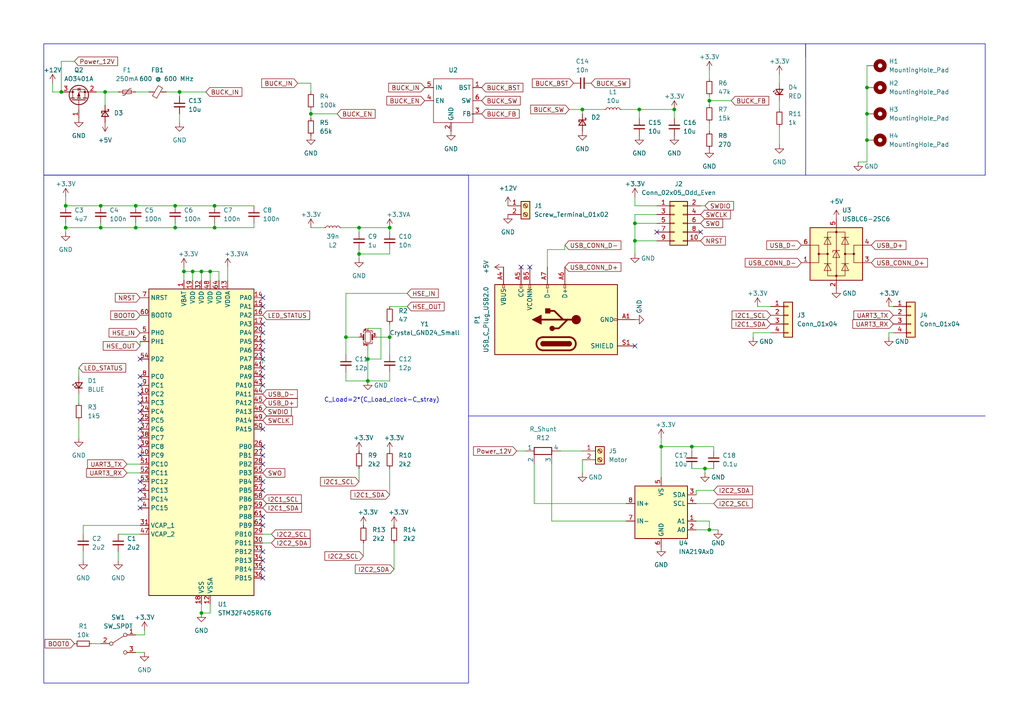
<source format=kicad_sch>
(kicad_sch (version 20230121) (generator eeschema)
  (paper "A4")
  (title_block (date "2023-12-27"))
  (junction (at 53.34 78.74))
  (junction (at 113.03 66.04))
  (junction (at 90.17 33.02))
  (junction (at 251.46 33.02))
  (junction (at 200.66 129.54))
  (junction (at 19.05 66.04))
  (junction (at 50.8 66.04))
  (junction (at 39.37 66.04))
  (junction (at 184.15 64.77))
  (junction (at 60.96 78.74))
  (junction (at 104.14 73.66))
  (junction (at 113.03 97.79))
  (junction (at 58.42 177.8))
  (junction (at 106.68 104.14))
  (junction (at 62.23 59.69))
  (junction (at 205.74 29.21))
  (junction (at 55.88 78.74))
  (junction (at 29.21 66.04))
  (junction (at 52.07 26.67))
  (junction (at 204.47 135.89))
  (junction (at 104.14 66.04))
  (junction (at 39.37 59.69))
  (junction (at 29.21 59.69))
  (junction (at 185.42 31.75))
  (junction (at 251.46 25.4))
  (junction (at 195.58 31.75))
  (junction (at 205.74 153.67))
  (junction (at 30.48 26.67))
  (junction (at 184.15 69.85))
  (junction (at 106.68 110.49))
  (junction (at 50.8 59.69))
  (junction (at 191.77 129.54))
  (junction (at 168.91 31.75))
  (junction (at 100.33 97.79))
  (junction (at 251.46 40.64))
  (junction (at 19.05 59.69))
  (junction (at 17.78 26.67))
  (junction (at 58.42 78.74))
  (junction (at 62.23 66.04))
  (no_connect (at 76.2 167.64))
  (no_connect (at 76.2 152.4))
  (no_connect (at 76.2 160.02))
  (no_connect (at 40.64 116.84))
  (no_connect (at 76.2 111.76))
  (no_connect (at 40.64 132.08))
  (no_connect (at 40.64 119.38))
  (no_connect (at 40.64 144.78))
  (no_connect (at 40.64 114.3))
  (no_connect (at 76.2 134.62))
  (no_connect (at 76.2 96.52))
  (no_connect (at 153.67 77.47))
  (no_connect (at 40.64 121.92))
  (no_connect (at 76.2 109.22))
  (no_connect (at 76.2 139.7))
  (no_connect (at 40.64 147.32))
  (no_connect (at 76.2 129.54))
  (no_connect (at 40.64 109.22))
  (no_connect (at 151.13 77.47))
  (no_connect (at 190.5 67.31))
  (no_connect (at 40.64 124.46))
  (no_connect (at 184.15 100.33))
  (no_connect (at 40.64 142.24))
  (no_connect (at 40.64 104.14))
  (no_connect (at 76.2 101.6))
  (no_connect (at 40.64 129.54))
  (no_connect (at 76.2 124.46))
  (no_connect (at 76.2 149.86))
  (no_connect (at 76.2 162.56))
  (no_connect (at 76.2 104.14))
  (no_connect (at 76.2 142.24))
  (no_connect (at 40.64 139.7))
  (no_connect (at 76.2 99.06))
  (no_connect (at 40.64 111.76))
  (no_connect (at 40.64 127))
  (no_connect (at 76.2 132.08))
  (no_connect (at 203.2 67.31))
  (no_connect (at 76.2 106.68))
  (no_connect (at 76.2 165.1))
  (no_connect (at 76.2 86.36))
  (no_connect (at 76.2 93.98))
  (no_connect (at 76.2 88.9))
  (wire (pts (xy 162.56 130.81) (xy 168.91 130.81)))
  (wire (pts (xy 251.46 40.64) (xy 251.46 46.99)))
  (wire (pts (xy 180.34 31.75) (xy 185.42 31.75)))
  (wire (pts (xy 113.03 88.9) (xy 118.11 88.9)))
  (wire (pts (xy 185.42 31.75) (xy 195.58 31.75)))
  (wire (pts (xy 201.93 153.67) (xy 205.74 153.67)))
  (wire (pts (xy 205.74 151.13) (xy 205.74 153.67)))
  (wire (pts (xy 58.42 81.28) (xy 58.42 78.74)))
  (wire (pts (xy 39.37 59.69) (xy 50.8 59.69)))
  (wire (pts (xy 184.15 64.77) (xy 184.15 69.85)))
  (wire (pts (xy 219.71 88.9) (xy 223.52 88.9)))
  (wire (pts (xy 100.33 107.95) (xy 100.33 110.49)))
  (wire (pts (xy 104.14 97.79) (xy 100.33 97.79)))
  (wire (pts (xy 66.04 77.47) (xy 66.04 81.28)))
  (wire (pts (xy 185.42 31.75) (xy 185.42 34.29)))
  (wire (pts (xy 160.02 151.13) (xy 181.61 151.13)))
  (polyline (pts (xy 233.68 12.7) (xy 233.68 16.51)))
  (wire (pts (xy 168.91 31.75) (xy 168.91 33.02)))
  (wire (pts (xy 184.15 69.85) (xy 190.5 69.85)))
  (wire (pts (xy 105.41 161.29) (xy 105.41 157.48)))
  (wire (pts (xy 76.2 105.41) (xy 76.2 104.14)))
  (wire (pts (xy 24.13 160.02) (xy 24.13 162.56)))
  (wire (pts (xy 34.29 154.94) (xy 40.64 154.94)))
  (wire (pts (xy 226.06 21.59) (xy 226.06 24.13)))
  (wire (pts (xy 160.02 134.62) (xy 160.02 151.13)))
  (wire (pts (xy 39.37 26.67) (xy 43.18 26.67)))
  (wire (pts (xy 22.86 106.68) (xy 22.86 109.22)))
  (wire (pts (xy 226.06 36.83) (xy 226.06 41.91)))
  (wire (pts (xy 218.44 96.52) (xy 218.44 97.79)))
  (wire (pts (xy 19.05 57.15) (xy 19.05 59.69)))
  (polyline (pts (xy 135.89 120.65) (xy 285.75 120.65)))
  (wire (pts (xy 113.03 93.98) (xy 113.03 97.79)))
  (wire (pts (xy 100.33 110.49) (xy 106.68 110.49)))
  (wire (pts (xy 113.03 110.49) (xy 106.68 110.49)))
  (wire (pts (xy 39.37 64.77) (xy 39.37 66.04)))
  (wire (pts (xy 24.13 154.94) (xy 24.13 152.4)))
  (wire (pts (xy 251.46 19.05) (xy 251.46 25.4)))
  (wire (pts (xy 226.06 29.21) (xy 226.06 31.75)))
  (wire (pts (xy 184.15 62.23) (xy 184.15 64.77)))
  (wire (pts (xy 208.28 153.67) (xy 205.74 153.67)))
  (wire (pts (xy 104.14 139.7) (xy 104.14 135.89)))
  (wire (pts (xy 78.74 157.48) (xy 76.2 157.48)))
  (wire (pts (xy 154.94 146.05) (xy 181.61 146.05)))
  (wire (pts (xy 50.8 64.77) (xy 50.8 66.04)))
  (wire (pts (xy 113.03 73.66) (xy 104.14 73.66)))
  (wire (pts (xy 90.17 24.13) (xy 86.36 24.13)))
  (wire (pts (xy 223.52 96.52) (xy 218.44 96.52)))
  (wire (pts (xy 36.83 134.62) (xy 40.64 134.62)))
  (wire (pts (xy 73.66 66.04) (xy 73.66 64.77)))
  (wire (pts (xy 113.03 107.95) (xy 113.03 110.49)))
  (wire (pts (xy 114.3 157.48) (xy 114.3 165.1)))
  (wire (pts (xy 19.05 67.31) (xy 19.05 66.04)))
  (wire (pts (xy 26.67 186.69) (xy 29.21 186.69)))
  (wire (pts (xy 55.88 78.74) (xy 53.34 78.74)))
  (wire (pts (xy 201.93 151.13) (xy 205.74 151.13)))
  (wire (pts (xy 163.83 71.12) (xy 163.83 72.39)))
  (wire (pts (xy 195.58 31.75) (xy 195.58 34.29)))
  (wire (pts (xy 76.2 154.94) (xy 78.74 154.94)))
  (wire (pts (xy 53.34 78.74) (xy 53.34 81.28)))
  (wire (pts (xy 39.37 66.04) (xy 50.8 66.04)))
  (wire (pts (xy 191.77 127) (xy 191.77 129.54)))
  (wire (pts (xy 149.86 130.81) (xy 152.4 130.81)))
  (wire (pts (xy 205.74 35.56) (xy 205.74 38.1)))
  (polyline (pts (xy 285.75 12.7) (xy 233.68 12.7)))
  (wire (pts (xy 62.23 64.77) (xy 62.23 66.04)))
  (wire (pts (xy 40.64 100.33) (xy 40.64 99.06)))
  (wire (pts (xy 113.03 66.04) (xy 113.03 67.31)))
  (wire (pts (xy 200.66 135.89) (xy 204.47 135.89)))
  (wire (pts (xy 113.03 72.39) (xy 113.03 73.66)))
  (wire (pts (xy 90.17 26.67) (xy 90.17 24.13)))
  (wire (pts (xy 21.59 17.78) (xy 17.78 17.78)))
  (wire (pts (xy 30.48 26.67) (xy 34.29 26.67)))
  (wire (pts (xy 22.86 121.92) (xy 22.86 127)))
  (wire (pts (xy 106.68 95.25) (xy 110.49 95.25)))
  (wire (pts (xy 19.05 59.69) (xy 29.21 59.69)))
  (wire (pts (xy 191.77 129.54) (xy 191.77 138.43)))
  (wire (pts (xy 50.8 66.04) (xy 62.23 66.04)))
  (wire (pts (xy 34.29 160.02) (xy 34.29 162.56)))
  (wire (pts (xy 109.22 97.79) (xy 113.03 97.79)))
  (wire (pts (xy 90.17 33.02) (xy 90.17 34.29)))
  (wire (pts (xy 168.91 31.75) (xy 175.26 31.75)))
  (wire (pts (xy 118.11 85.09) (xy 100.33 85.09)))
  (wire (pts (xy 201.93 146.05) (xy 207.01 146.05)))
  (wire (pts (xy 163.83 72.39) (xy 158.75 72.39)))
  (wire (pts (xy 110.49 95.25) (xy 110.49 104.14)))
  (wire (pts (xy 90.17 66.04) (xy 93.98 66.04)))
  (wire (pts (xy 100.33 97.79) (xy 100.33 102.87)))
  (wire (pts (xy 184.15 69.85) (xy 184.15 73.66)))
  (polyline (pts (xy 285.75 50.8) (xy 285.75 12.7)))
  (wire (pts (xy 52.07 26.67) (xy 59.69 26.67)))
  (wire (pts (xy 62.23 59.69) (xy 73.66 59.69)))
  (wire (pts (xy 19.05 66.04) (xy 29.21 66.04)))
  (wire (pts (xy 184.15 64.77) (xy 190.5 64.77)))
  (wire (pts (xy 36.83 137.16) (xy 40.64 137.16)))
  (wire (pts (xy 165.1 31.75) (xy 168.91 31.75)))
  (wire (pts (xy 90.17 31.75) (xy 90.17 33.02)))
  (wire (pts (xy 24.13 152.4) (xy 40.64 152.4)))
  (wire (pts (xy 207.01 142.24) (xy 201.93 142.24)))
  (wire (pts (xy 58.42 175.26) (xy 58.42 177.8)))
  (wire (pts (xy 58.42 78.74) (xy 55.88 78.74)))
  (wire (pts (xy 17.78 17.78) (xy 17.78 26.67)))
  (wire (pts (xy 41.91 184.15) (xy 41.91 182.88)))
  (wire (pts (xy 104.14 72.39) (xy 104.14 73.66)))
  (wire (pts (xy 207.01 130.81) (xy 207.01 129.54)))
  (wire (pts (xy 257.81 96.52) (xy 259.08 96.52)))
  (wire (pts (xy 204.47 137.16) (xy 204.47 135.89)))
  (wire (pts (xy 60.96 78.74) (xy 58.42 78.74)))
  (wire (pts (xy 106.68 100.33) (xy 106.68 104.14)))
  (wire (pts (xy 90.17 33.02) (xy 97.79 33.02)))
  (wire (pts (xy 113.03 135.89) (xy 113.03 143.51)))
  (wire (pts (xy 251.46 25.4) (xy 251.46 33.02)))
  (wire (pts (xy 62.23 66.04) (xy 73.66 66.04)))
  (wire (pts (xy 154.94 134.62) (xy 154.94 146.05)))
  (wire (pts (xy 184.15 57.15) (xy 184.15 59.69)))
  (wire (pts (xy 200.66 130.81) (xy 200.66 129.54)))
  (wire (pts (xy 257.81 97.79) (xy 257.81 96.52)))
  (wire (pts (xy 39.37 189.23) (xy 41.91 189.23)))
  (wire (pts (xy 104.14 66.04) (xy 113.03 66.04)))
  (wire (pts (xy 104.14 66.04) (xy 104.14 67.31)))
  (wire (pts (xy 184.15 59.69) (xy 190.5 59.69)))
  (wire (pts (xy 29.21 59.69) (xy 39.37 59.69)))
  (polyline (pts (xy 233.68 50.8) (xy 285.75 50.8)))
  (wire (pts (xy 39.37 184.15) (xy 41.91 184.15)))
  (wire (pts (xy 200.66 129.54) (xy 207.01 129.54)))
  (wire (pts (xy 52.07 33.02) (xy 52.07 35.56)))
  (wire (pts (xy 251.46 46.99) (xy 248.92 46.99)))
  (wire (pts (xy 251.46 33.02) (xy 251.46 40.64)))
  (wire (pts (xy 15.24 24.13) (xy 15.24 26.67)))
  (wire (pts (xy 29.21 64.77) (xy 29.21 66.04)))
  (wire (pts (xy 100.33 85.09) (xy 100.33 97.79)))
  (wire (pts (xy 104.14 73.66) (xy 104.14 74.93)))
  (wire (pts (xy 99.06 66.04) (xy 104.14 66.04)))
  (wire (pts (xy 55.88 81.28) (xy 55.88 78.74)))
  (wire (pts (xy 113.03 97.79) (xy 113.03 102.87)))
  (wire (pts (xy 53.34 77.47) (xy 53.34 78.74)))
  (wire (pts (xy 27.94 26.67) (xy 30.48 26.67)))
  (wire (pts (xy 15.24 26.67) (xy 17.78 26.67)))
  (wire (pts (xy 60.96 175.26) (xy 60.96 177.8)))
  (wire (pts (xy 29.21 66.04) (xy 39.37 66.04)))
  (wire (pts (xy 60.96 81.28) (xy 60.96 78.74)))
  (wire (pts (xy 30.48 26.67) (xy 30.48 30.48)))
  (wire (pts (xy 58.42 177.8) (xy 60.96 177.8)))
  (wire (pts (xy 205.74 29.21) (xy 212.09 29.21)))
  (wire (pts (xy 205.74 29.21) (xy 205.74 30.48)))
  (wire (pts (xy 48.26 26.67) (xy 52.07 26.67)))
  (wire (pts (xy 257.81 88.9) (xy 259.08 88.9)))
  (wire (pts (xy 52.07 26.67) (xy 52.07 27.94)))
  (wire (pts (xy 110.49 104.14) (xy 106.68 104.14)))
  (wire (pts (xy 19.05 66.04) (xy 19.05 64.77)))
  (wire (pts (xy 201.93 142.24) (xy 201.93 143.51)))
  (wire (pts (xy 63.5 78.74) (xy 60.96 78.74)))
  (wire (pts (xy 204.47 135.89) (xy 207.01 135.89)))
  (wire (pts (xy 190.5 62.23) (xy 184.15 62.23)))
  (wire (pts (xy 205.74 27.94) (xy 205.74 29.21)))
  (wire (pts (xy 63.5 81.28) (xy 63.5 78.74)))
  (wire (pts (xy 203.2 59.69) (xy 204.47 59.69)))
  (wire (pts (xy 158.75 72.39) (xy 158.75 77.47)))
  (wire (pts (xy 50.8 59.69) (xy 62.23 59.69)))
  (wire (pts (xy 191.77 129.54) (xy 200.66 129.54)))
  (wire (pts (xy 106.68 104.14) (xy 106.68 110.49)))
  (wire (pts (xy 22.86 114.3) (xy 22.86 116.84)))
  (wire (pts (xy 168.91 133.35) (xy 168.91 137.16)))
  (wire (pts (xy 205.74 20.32) (xy 205.74 22.86)))
  (rectangle (start 12.7 12.7) (end 233.68 50.8))
  (rectangle (start 12.7 50.8) (end 135.89 198.12))
  (text "C_Load=2*(C_Load_clock-C_stray)" (at 93.98 116.84 0) (effects (font (size 1.27 1.27)) (justify left bottom)))
  (global_label "I2C1_SCL" (shape input) (at 76.2 144.78 0) (property "Intersheetrefs" "${INTERSHEET_REFS}" (effects hide)))
  (global_label "BUCK_IN" (shape input) (at 123.19 25.4 180) (property "Intersheetrefs" "${INTERSHEET_REFS}" (effects hide)))
  (global_label "I2C2_SCL" (shape input) (at 78.74 154.94 0) (property "Intersheetrefs" "${INTERSHEET_REFS}" (effects hide)))
  (global_label "NRST" (shape input) (at 40.64 86.36 180) (property "Intersheetrefs" "${INTERSHEET_REFS}" (effects hide)))
  (global_label "SWCLK" (shape input) (at 203.2 62.23 0) (property "Intersheetrefs" "${INTERSHEET_REFS}" (effects hide)))
  (global_label "I2C1_SCL" (shape input) (at 104.14 139.7 180) (property "Intersheetrefs" "${INTERSHEET_REFS}" (effects hide)))
  (global_label "Power_12V" (shape input) (at 21.59 17.78 0) (property "Intersheetrefs" "${INTERSHEET_REFS}" (effects hide)))
  (global_label "SWO" (shape input) (at 76.2 137.16 0) (property "Intersheetrefs" "${INTERSHEET_REFS}" (effects hide)))
  (global_label "BUCK_BST" (shape input) (at 166.37 24.13 180) (property "Intersheetrefs" "${INTERSHEET_REFS}" (effects hide)))
  (global_label "BOOT0" (shape input) (at 21.59 186.69 180) (property "Intersheetrefs" "${INTERSHEET_REFS}" (effects hide)))
  (global_label "LED_STATUS" (shape input) (at 22.86 106.68 0) (property "Intersheetrefs" "${INTERSHEET_REFS}" (effects hide)))
  (global_label "UART3_RX" (shape input) (at 36.83 137.16 180) (property "Intersheetrefs" "${INTERSHEET_REFS}" (effects hide)))
  (global_label "BUCK_SW" (shape input) (at 139.7 29.21 0) (property "Intersheetrefs" "${INTERSHEET_REFS}" (effects hide)))
  (global_label "HSE_OUT" (shape input) (at 40.64 100.33 180) (property "Intersheetrefs" "${INTERSHEET_REFS}" (effects hide)))
  (global_label "UART3_RX" (shape input) (at 259.08 93.98 180) (property "Intersheetrefs" "${INTERSHEET_REFS}" (effects hide)))
  (global_label "BUCK_IN" (shape input) (at 86.36 24.13 180) (property "Intersheetrefs" "${INTERSHEET_REFS}" (effects hide)))
  (global_label "BUCK_EN" (shape input) (at 123.19 29.21 180) (property "Intersheetrefs" "${INTERSHEET_REFS}" (effects hide)))
  (global_label "USB_CONN_D+" (shape input) (at 252.73 76.2 0) (property "Intersheetrefs" "${INTERSHEET_REFS}" (effects hide)))
  (global_label "I2C2_SDA" (shape input) (at 78.74 157.48 0) (property "Intersheetrefs" "${INTERSHEET_REFS}" (effects hide)))
  (global_label "USB_CONN_D+" (shape input) (at 163.83 77.47 0) (property "Intersheetrefs" "${INTERSHEET_REFS}" (effects hide)))
  (global_label "BUCK_FB" (shape input) (at 139.7 33.02 0) (property "Intersheetrefs" "${INTERSHEET_REFS}" (effects hide)))
  (global_label "SWDIO" (shape input) (at 204.47 59.69 0) (property "Intersheetrefs" "${INTERSHEET_REFS}" (effects hide)))
  (global_label "I2C2_SDA" (shape input) (at 114.3 165.1 180) (property "Intersheetrefs" "${INTERSHEET_REFS}" (effects hide)))
  (global_label "BUCK_IN" (shape input) (at 59.69 26.67 0) (property "Intersheetrefs" "${INTERSHEET_REFS}" (effects hide)))
  (global_label "I2C1_SDA" (shape input) (at 113.03 143.51 180) (property "Intersheetrefs" "${INTERSHEET_REFS}" (effects hide)))
  (global_label "NRST" (shape input) (at 203.2 69.85 0) (property "Intersheetrefs" "${INTERSHEET_REFS}" (effects hide)))
  (global_label "USB_D-" (shape input) (at 76.2 114.3 0) (property "Intersheetrefs" "${INTERSHEET_REFS}" (effects hide)))
  (global_label "HSE_IN" (shape input) (at 40.64 96.52 180) (property "Intersheetrefs" "${INTERSHEET_REFS}" (effects hide)))
  (global_label "I2C1_SDA" (shape input) (at 223.52 93.98 180) (property "Intersheetrefs" "${INTERSHEET_REFS}" (effects hide)))
  (global_label "USB_CONN_D-" (shape input) (at 163.83 71.12 0) (property "Intersheetrefs" "${INTERSHEET_REFS}" (effects hide)))
  (global_label "BUCK_SW" (shape input) (at 171.45 24.13 0) (property "Intersheetrefs" "${INTERSHEET_REFS}" (effects hide)))
  (global_label "UART3_TX" (shape input) (at 259.08 91.44 180) (property "Intersheetrefs" "${INTERSHEET_REFS}" (effects hide)))
  (global_label "UART3_TX" (shape input) (at 36.83 134.62 180) (property "Intersheetrefs" "${INTERSHEET_REFS}" (effects hide)))
  (global_label "Power_12V" (shape input) (at 149.86 130.81 180) (property "Intersheetrefs" "${INTERSHEET_REFS}" (effects hide)))
  (global_label "BUCK_BST" (shape input) (at 139.7 25.4 0) (property "Intersheetrefs" "${INTERSHEET_REFS}" (effects hide)))
  (global_label "BUCK_EN" (shape input) (at 97.79 33.02 0) (property "Intersheetrefs" "${INTERSHEET_REFS}" (effects hide)))
  (global_label "BUCK_FB" (shape input) (at 212.09 29.21 0) (property "Intersheetrefs" "${INTERSHEET_REFS}" (effects hide)))
  (global_label "BOOT0" (shape input) (at 40.64 91.44 180) (property "Intersheetrefs" "${INTERSHEET_REFS}" (effects hide)))
  (global_label "I2C2_SCL" (shape input) (at 105.41 161.29 180) (property "Intersheetrefs" "${INTERSHEET_REFS}" (effects hide)))
  (global_label "USB_D+" (shape input) (at 252.73 71.12 0) (property "Intersheetrefs" "${INTERSHEET_REFS}" (effects hide)))
  (global_label "SWDIO" (shape input) (at 76.2 119.38 0) (property "Intersheetrefs" "${INTERSHEET_REFS}" (effects hide)))
  (global_label "USB_D+" (shape input) (at 76.2 116.84 0) (property "Intersheetrefs" "${INTERSHEET_REFS}" (effects hide)))
  (global_label "BUCK_SW" (shape input) (at 165.1 31.75 180) (property "Intersheetrefs" "${INTERSHEET_REFS}" (effects hide)))
  (global_label "HSE_IN" (shape input) (at 118.11 85.09 0) (property "Intersheetrefs" "${INTERSHEET_REFS}" (effects hide)))
  (global_label "I2C1_SDA" (shape input) (at 76.2 147.32 0) (property "Intersheetrefs" "${INTERSHEET_REFS}" (effects hide)))
  (global_label "USB_CONN_D-" (shape input) (at 232.41 76.2 180) (property "Intersheetrefs" "${INTERSHEET_REFS}" (effects hide)))
  (global_label "I2C1_SCL" (shape input) (at 223.52 91.44 180) (property "Intersheetrefs" "${INTERSHEET_REFS}" (effects hide)))
  (global_label "SWCLK" (shape input) (at 76.2 121.92 0) (property "Intersheetrefs" "${INTERSHEET_REFS}" (effects hide)))
  (global_label "I2C2_SDA" (shape input) (at 207.01 142.24 0) (property "Intersheetrefs" "${INTERSHEET_REFS}" (effects hide)))
  (global_label "I2C2_SCL" (shape input) (at 207.01 146.05 0) (property "Intersheetrefs" "${INTERSHEET_REFS}" (effects hide)))
  (global_label "SWO" (shape input) (at 203.2 64.77 0) (property "Intersheetrefs" "${INTERSHEET_REFS}" (effects hide)))
  (global_label "LED_STATUS" (shape input) (at 76.2 91.44 0) (property "Intersheetrefs" "${INTERSHEET_REFS}" (effects hide)))
  (global_label "HSE_OUT" (shape input) (at 118.11 88.9 0) (property "Intersheetrefs" "${INTERSHEET_REFS}" (effects hide)))
  (global_label "USB_D-" (shape input) (at 232.41 71.12 180) (property "Intersheetrefs" "${INTERSHEET_REFS}" (effects hide)))
  (symbol (lib_id "power:GND") (at 184.15 92.71 90) (unit 1)
    (property "Reference" "#PWR036" (effects hide))
    (property "Value" "GND" (at 185.42 88.9 0))
  )
  (symbol (lib_id "Device:R_Small") (at 205.74 40.64 0) (unit 1)
    (property "Reference" "R8" (at 208.28 39.37 0) (effects (justify left)))
    (property "Value" "270" (at 208.28 41.91 0) (effects (justify left)))
    (property "Footprint" "Resistor_SMD:R_0603_1608Metric" (effects hide))
  )
  (symbol (lib_id "Transistor_FET:AO3401A") (at 22.86 29.21 90) (unit 1)
    (property "Reference" "Q2" (at 22.86 20.32 90))
    (property "Value" "AO3401A" (at 22.86 22.86 90))
    (property "Footprint" "Package_TO_SOT_SMD:SOT-23" (effects hide))
    (property "Datasheet" "http://www.aosmd.com/pdfs/datasheet/AO3401A.pdf" (effects hide))
  )
  (symbol (lib_id "power:GND") (at 205.74 43.18 0) (unit 1)
    (property "Reference" "#PWR025" (effects hide))
    (property "Value" "GND" (at 205.74 48.26 0))
  )
  (symbol (lib_id "power:GND") (at 104.14 74.93 0) (unit 1)
    (property "Reference" "#PWR011" (effects hide))
    (property "Value" "GND" (at 104.14 80.01 0))
  )
  (symbol (lib_id "power:+3.3V") (at 205.74 20.32 0) (unit 1)
    (property "Reference" "#PWR024" (effects hide))
    (property "Value" "+3.3V" (at 205.74 16.51 0))
  )
  (symbol (lib_id "Device:C_Small") (at 29.21 62.23 0) (unit 1)
    (property "Reference" "C4" (at 31.75 60.9663 0) (effects (justify left)))
    (property "Value" "100n" (at 31.75 63.5063 0) (effects (justify left)))
    (property "Footprint" "Capacitor_SMD:C_0402_1005Metric" (effects hide))
  )
  (symbol (lib_id "Device:R_Small") (at 114.3 154.94 0) (unit 1)
    (property "Reference" "R14" (at 116.84 153.67 0) (effects (justify left)))
    (property "Value" "2k2" (at 116.84 156.21 0) (effects (justify left)))
    (property "Footprint" "Resistor_SMD:R_0402_1005Metric" (effects hide))
  )
  (symbol (lib_id "Device:C_Small") (at 104.14 69.85 0) (unit 1)
    (property "Reference" "C9" (at 106.68 68.5863 0) (effects (justify left)))
    (property "Value" "1u" (at 106.68 71.1263 0) (effects (justify left)))
    (property "Footprint" "Capacitor_SMD:C_0402_1005Metric" (effects hide))
  )
  (symbol (lib_id "power:GND") (at 184.15 73.66 0) (unit 1)
    (property "Reference" "#PWR028" (effects hide))
    (property "Value" "GND" (at 187.96 74.93 0))
  )
  (symbol (lib_id "power:+3.3V") (at 184.15 57.15 0) (unit 1)
    (property "Reference" "#PWR029" (effects hide))
    (property "Value" "+3.3V" (at 184.15 53.34 0))
  )
  (symbol (lib_id "power:GND") (at 257.81 97.79 0) (unit 1)
    (property "Reference" "#PWR035" (effects hide))
    (property "Value" "GND" (at 261.62 99.06 0))
  )
  (symbol (lib_id "power:+3.3VA") (at 113.03 66.04 0) (unit 1)
    (property "Reference" "#PWR012" (effects hide))
    (property "Value" "+3.3VA" (at 115.57 62.23 0))
  )
  (symbol (lib_id "power:GND") (at 204.47 137.16 0) (unit 1)
    (property "Reference" "#PWR047" (effects hide))
    (property "Value" "GND" (at 208.28 138.43 0))
  )
  (symbol (lib_id "MCU_ST_STM32F4:STM32F405RGTx") (at 58.42 129.54 0) (unit 1)
    (property "Reference" "U1" (at 63.1541 175.26 0) (effects (justify left)))
    (property "Value" "STM32F405RGT6" (at 63.1541 177.8 0) (effects (justify left)))
    (property "Footprint" "Package_QFP:LQFP-64_10x10mm_P0.5mm" (effects hide))
    (property "Datasheet" "https://www.st.com/resource/en/datasheet/stm32f405rg.pdf" (effects hide))
  )
  (symbol (lib_id "power:+3.3V") (at 219.71 88.9 0) (unit 1)
    (property "Reference" "#PWR032" (effects hide))
    (property "Value" "+3.3V" (at 219.71 85.09 0))
  )
  (symbol (lib_id "Device:R_Small") (at 105.41 154.94 0) (unit 1)
    (property "Reference" "R13" (at 107.95 153.67 0) (effects (justify left)))
    (property "Value" "2k2" (at 107.95 156.21 0) (effects (justify left)))
    (property "Footprint" "Resistor_SMD:R_0402_1005Metric" (effects hide))
  )
  (symbol (lib_id "Device:R_Small") (at 113.03 91.44 0) (unit 1)
    (property "Reference" "R2" (at 115.57 90.17 0) (effects (justify left)))
    (property "Value" "47" (at 115.57 92.71 0) (effects (justify left)))
    (property "Footprint" "Resistor_SMD:R_0402_1005Metric" (effects hide))
  )
  (symbol (lib_id "power:+12V") (at 15.24 24.13 0) (unit 1)
    (property "Reference" "#PWR015" (effects hide))
    (property "Value" "+12V" (at 15.24 20.32 0))
  )
  (symbol (lib_id "Device:C_Small") (at 34.29 157.48 0) (unit 1)
    (property "Reference" "C1" (at 36.83 156.2163 0) (effects (justify left)))
    (property "Value" "2u2" (at 36.83 158.7563 0) (effects (justify left)))
    (property "Footprint" "Capacitor_SMD:C_0603_1608Metric" (effects hide))
  )
  (symbol (lib_id "power:+3.3V") (at 41.91 182.88 0) (unit 1)
    (property "Reference" "#PWR06" (effects hide))
    (property "Value" "+3.3V" (at 41.91 179.07 0))
  )
  (symbol (lib_id "power:GND") (at 208.28 153.67 0) (unit 1)
    (property "Reference" "#PWR048" (effects hide))
    (property "Value" "GND" (at 208.28 157.48 0))
  )
  (symbol (lib_id "power:GND") (at 22.86 34.29 0) (unit 1)
    (property "Reference" "#PWR017" (effects hide))
    (property "Value" "GND" (at 22.86 39.37 0))
  )
  (symbol (lib_id "Connector_Generic:Conn_01x04") (at 228.6 91.44 0) (unit 1)
    (property "Reference" "J3" (at 231.14 91.44 0) (effects (justify left)))
    (property "Value" "Conn_01x04" (at 231.14 93.98 0) (effects (justify left)))
    (property "Footprint" "Connector_Molex:Molex_PicoBlade_53048-0410_1x04_P1.25mm_Horizontal" (effects hide))
  )
  (symbol (lib_id "power:GND") (at 226.06 41.91 0) (unit 1)
    (property "Reference" "#PWR040" (effects hide))
    (property "Value" "GND" (at 226.06 46.99 0))
  )
  (symbol (lib_id "Mechanical:MountingHole_Pad") (at 254 19.05 270) (unit 1)
    (property "Reference" "H1" (at 257.81 17.78 90) (effects (justify left)))
    (property "Value" "MountingHole_Pad" (at 257.81 20.32 90) (effects (justify left)))
    (property "Footprint" "MountingHole:MountingHole_3.2mm_M3_DIN965_Pad" (effects hide))
  )
  (symbol (lib_id "power:+3.3V") (at 53.34 77.47 0) (unit 1)
    (property "Reference" "#PWR02" (effects hide))
    (property "Value" "+3.3V" (at 54.61 73.66 0))
  )
  (symbol (lib_id "power:GND") (at 34.29 162.56 0) (unit 1)
    (property "Reference" "#PWR04" (effects hide))
    (property "Value" "GND" (at 34.29 167.64 0))
  )
  (symbol (lib_id "power:+3.3V") (at 113.03 130.81 0) (unit 1)
    (property "Reference" "#PWR031" (effects hide))
    (property "Value" "+3.3V" (at 114.3 127 0))
  )
  (symbol (lib_id "Device:R_Small") (at 113.03 133.35 0) (unit 1)
    (property "Reference" "R10" (at 115.57 132.08 0) (effects (justify left)))
    (property "Value" "2k2" (at 115.57 134.62 0) (effects (justify left)))
    (property "Footprint" "Resistor_SMD:R_0402_1005Metric" (effects hide))
  )
  (symbol (lib_id "Device:C_Small") (at 62.23 62.23 0) (unit 1)
    (property "Reference" "C7" (at 64.77 60.9663 0) (effects (justify left)))
    (property "Value" "100n" (at 64.77 63.5063 0) (effects (justify left)))
    (property "Footprint" "Capacitor_SMD:C_0402_1005Metric" (effects hide))
  )
  (symbol (lib_id "Connector:Screw_Terminal_01x02") (at 152.4 59.69 0) (unit 1)
    (property "Reference" "J1" (at 154.94 59.69 0) (effects (justify left)))
    (property "Value" "Screw_Terminal_01x02" (at 154.94 62.23 0) (effects (justify left)))
    (property "Footprint" "TerminalBlock_Phoenix:TerminalBlock_Phoenix_PT-1,5-2-3.5-H_1x02_P3.50mm_Horizontal" (effects hide))
  )
  (symbol (lib_id "Device:L_Small") (at 96.52 66.04 270) (mirror x) (unit 1)
    (property "Reference" "L2" (at 96.52 71.12 90))
    (property "Value" "39n" (at 96.52 68.58 90))
    (property "Footprint" "Inductor_SMD:L_0402_1005Metric" (effects hide))
  )
  (symbol (lib_id "Connector_Generic:Conn_01x04") (at 264.16 91.44 0) (unit 1)
    (property "Reference" "J4" (at 266.7 91.44 0) (effects (justify left)))
    (property "Value" "Conn_01x04" (at 266.7 93.98 0) (effects (justify left)))
    (property "Footprint" "Connector_Molex:Molex_PicoBlade_53048-0410_1x04_P1.25mm_Horizontal" (effects hide))
  )
  (symbol (lib_id "power:GND") (at 185.42 39.37 0) (unit 1)
    (property "Reference" "#PWR021" (effects hide))
    (property "Value" "GND" (at 185.42 44.45 0))
  )
  (symbol (lib_id "Device:LED_Small") (at 22.86 111.76 90) (unit 1)
    (property "Reference" "D1" (at 25.4 110.4265 90) (effects (justify right)))
    (property "Value" "BLUE" (at 25.4 112.9665 90) (effects (justify right)))
    (property "Footprint" "LED_SMD:LED_0603_1608Metric" (effects hide))
  )
  (symbol (lib_id "Device:C_Small") (at 200.66 133.35 0) (unit 1)
    (property "Reference" "C17" (at 195.58 132.08 0) (effects (justify left)))
    (property "Value" "10u" (at 195.58 134.62 0) (effects (justify left)))
    (property "Footprint" "Capacitor_SMD:C_0402_1005Metric" (effects hide))
  )
  (symbol (lib_id "power:GND") (at 248.92 46.99 0) (unit 1)
    (property "Reference" "#PWR043" (effects hide))
    (property "Value" "GND" (at 252.73 48.26 0))
  )
  (symbol (lib_id "power:GND") (at 22.86 127 0) (unit 1)
    (property "Reference" "#PWR014" (effects hide))
    (property "Value" "GND" (at 22.86 132.08 0))
  )
  (symbol (lib_id "Device:R_Small") (at 205.74 25.4 0) (unit 1)
    (property "Reference" "R6" (at 208.28 24.13 0) (effects (justify left)))
    (property "Value" "47k" (at 208.28 26.67 0) (effects (justify left)))
    (property "Footprint" "Resistor_SMD:R_0603_1608Metric" (effects hide))
  )
  (symbol (lib_id "GlobalRM:MP2359DJ-LF-Z") (at 137.16 33.02 0) (unit 1)
    (property "Reference" "U2" (at 131.445 20.32 0))
    (property "Value" "~" (at 137.16 33.02 0))
    (property "Footprint" "Package_TO_SOT_SMD:SOT-23-6" (effects hide))
  )
  (symbol (lib_id "Power_Protection:USBLC6-2SC6") (at 242.57 73.66 0) (unit 1)
    (property "Reference" "U3" (at 244.2211 60.96 0) (effects (justify left)))
    (property "Value" "USBLC6-2SC6" (at 244.2211 63.5 0) (effects (justify left)))
    (property "Footprint" "Package_TO_SOT_SMD:SOT-23-6" (effects hide))
    (property "Datasheet" "https://www.st.com/resource/en/datasheet/usblc6-2.pdf" (effects hide))
  )
  (symbol (lib_id "Device:C_Small") (at 113.03 105.41 0) (unit 1)
    (property "Reference" "C12" (at 115.57 104.1463 0) (effects (justify left)))
    (property "Value" "12p" (at 115.57 106.6863 0) (effects (justify left)))
    (property "Footprint" "Capacitor_SMD:C_0402_1005Metric" (effects hide))
  )
  (symbol (lib_id "Device:R_Shunt") (at 157.48 130.81 90) (mirror x) (unit 1)
    (property "Reference" "R12" (at 157.48 127 90))
    (property "Value" "R_Shunt" (at 157.48 124.46 90))
    (property "Footprint" "Resistor_SMD:R_Shunt_Ohmite_LVK12" (effects hide))
  )
  (symbol (lib_id "Device:C_Small") (at 39.37 62.23 0) (unit 1)
    (property "Reference" "C5" (at 41.91 60.9663 0) (effects (justify left)))
    (property "Value" "100n" (at 41.91 63.5063 0) (effects (justify left)))
    (property "Footprint" "Capacitor_SMD:C_0402_1005Metric" (effects hide))
  )
  (symbol (lib_id "power:GND") (at 195.58 39.37 0) (unit 1)
    (property "Reference" "#PWR022" (effects hide))
    (property "Value" "GND" (at 195.58 44.45 0))
  )
  (symbol (lib_id "Device:C_Small") (at 100.33 105.41 0) (unit 1)
    (property "Reference" "C11" (at 102.87 104.1463 0) (effects (justify left)))
    (property "Value" "12p" (at 102.87 106.6863 0) (effects (justify left)))
    (property "Footprint" "Capacitor_SMD:C_0402_1005Metric" (effects hide))
  )
  (symbol (lib_id "Device:C_Small") (at 24.13 157.48 0) (unit 1)
    (property "Reference" "C2" (at 26.67 156.2163 0) (effects (justify left)))
    (property "Value" "2u2" (at 26.67 158.7563 0) (effects (justify left)))
    (property "Footprint" "Capacitor_SMD:C_0603_1608Metric" (effects hide))
  )
  (symbol (lib_id "power:GND") (at 52.07 35.56 0) (unit 1)
    (property "Reference" "#PWR018" (effects hide))
    (property "Value" "GND" (at 52.07 40.64 0))
  )
  (symbol (lib_id "Device:R_Small") (at 90.17 36.83 0) (unit 1)
    (property "Reference" "R5" (at 92.71 35.56 0) (effects (justify left)))
    (property "Value" "65k" (at 92.71 38.1 0) (effects (justify left)))
    (property "Footprint" "Resistor_SMD:R_0603_1608Metric" (effects hide))
  )
  (symbol (lib_id "Device:C_Small") (at 168.91 24.13 90) (unit 1)
    (property "Reference" "C14" (at 168.9163 17.78 90))
    (property "Value" "10n" (at 168.9163 20.32 90))
    (property "Footprint" "Capacitor_SMD:C_0603_1608Metric" (effects hide))
  )
  (symbol (lib_id "power:GND") (at 147.32 62.23 0) (unit 1)
    (property "Reference" "#PWR027" (effects hide))
    (property "Value" "GND" (at 147.32 67.31 0))
  )
  (symbol (lib_id "power:GND") (at 191.77 158.75 0) (unit 1)
    (property "Reference" "#PWR044" (effects hide))
    (property "Value" "GND" (at 191.77 163.83 0))
  )
  (symbol (lib_id "power:+3.3V") (at 90.17 66.04 0) (unit 1)
    (property "Reference" "#PWR010" (effects hide))
    (property "Value" "+3.3V" (at 90.17 62.23 0))
  )
  (symbol (lib_id "power:GND") (at 168.91 137.16 0) (unit 1)
    (property "Reference" "#PWR046" (effects hide))
    (property "Value" "GND" (at 172.72 138.43 0))
  )
  (symbol (lib_id "Mechanical:MountingHole_Pad") (at 254 40.64 270) (unit 1)
    (property "Reference" "H4" (at 257.81 39.37 90) (effects (justify left)))
    (property "Value" "MountingHole_Pad" (at 257.81 41.91 90) (effects (justify left)))
    (property "Footprint" "MountingHole:MountingHole_3.2mm_M3_DIN965_Pad" (effects hide))
  )
  (symbol (lib_id "Switch:SW_SPDT") (at 34.29 186.69 0) (unit 1)
    (property "Reference" "SW1" (at 34.29 179.07 0))
    (property "Value" "SW_SPDT" (at 34.29 181.61 0))
    (property "Footprint" "Button_Switch_SMD:SW_SPDT_PCM12" (effects hide))
  )
  (symbol (lib_id "power:+3.3V") (at 19.05 57.15 0) (unit 1)
    (property "Reference" "#PWR08" (effects hide))
    (property "Value" "+3.3V" (at 19.05 53.34 0))
  )
  (symbol (lib_id "Connector_Generic:Conn_02x05_Odd_Even") (at 195.58 64.77 0) (unit 1)
    (property "Reference" "J2" (at 196.85 53.34 0))
    (property "Value" "Conn_02x05_Odd_Even" (at 196.85 55.88 0))
    (property "Footprint" "Connector_PinSocket_1.27mm:PinSocket_2x05_P1.27mm_Vertical_SMD" (effects hide))
  )
  (symbol (lib_id "power:GND") (at 168.91 38.1 0) (unit 1)
    (property "Reference" "#PWR020" (effects hide))
    (property "Value" "GND" (at 168.91 43.18 0))
  )
  (symbol (lib_id "power:+5V") (at 146.05 77.47 90) (unit 1)
    (property "Reference" "#PWR038" (effects hide))
    (property "Value" "+5V" (at 140.97 77.47 0))
  )
  (symbol (lib_id "Device:C_Small") (at 52.07 30.48 0) (unit 1)
    (property "Reference" "C13" (at 54.61 29.2163 0) (effects (justify left)))
    (property "Value" "10u" (at 54.61 31.7563 0) (effects (justify left)))
    (property "Footprint" "Capacitor_SMD:C_1206_3216Metric" (effects hide))
  )
  (symbol (lib_id "Connector:USB_C_Plug_USB2.0") (at 161.29 92.71 90) (unit 1)
    (property "Reference" "P1" (at 138.43 92.71 0))
    (property "Value" "USB_C_Plug_USB2.0" (at 140.97 92.71 0))
    (property "Footprint" "Connector_USB:USB_C_Plug_ShenzhenJingTuoJin_918-118A2021Y40002_Vertical" (effects hide))
    (property "Datasheet" "https://www.usb.org/sites/default/files/documents/usb_type-c.zip" (effects hide))
  )
  (symbol (lib_id "power:GND") (at 90.17 39.37 0) (unit 1)
    (property "Reference" "#PWR019" (effects hide))
    (property "Value" "GND" (at 90.17 44.45 0))
  )
  (symbol (lib_id "Device:C_Small") (at 19.05 62.23 0) (unit 1)
    (property "Reference" "C3" (at 21.59 60.9663 0) (effects (justify left)))
    (property "Value" "4u7" (at 21.59 63.5063 0) (effects (justify left)))
    (property "Footprint" "Capacitor_SMD:C_0402_1005Metric" (effects hide))
  )
  (symbol (lib_id "power:+3.3V") (at 257.81 88.9 0) (unit 1)
    (property "Reference" "#PWR034" (effects hide))
    (property "Value" "+3.3V" (at 257.81 85.09 0))
  )
  (symbol (lib_id "power:+3.3VA") (at 66.04 77.47 0) (unit 1)
    (property "Reference" "#PWR03" (effects hide))
    (property "Value" "+3.3VA" (at 68.58 73.66 0))
  )
  (symbol (lib_id "power:+12V") (at 147.32 59.69 0) (unit 1)
    (property "Reference" "#PWR026" (effects hide))
    (property "Value" "+12V" (at 147.32 54.61 0))
  )
  (symbol (lib_id "Device:R_Small") (at 104.14 133.35 0) (unit 1)
    (property "Reference" "R9" (at 106.68 132.08 0) (effects (justify left)))
    (property "Value" "2k2" (at 106.68 134.62 0) (effects (justify left)))
    (property "Footprint" "Resistor_SMD:R_0402_1005Metric" (effects hide))
  )
  (symbol (lib_id "Device:C_Small") (at 50.8 62.23 0) (unit 1)
    (property "Reference" "C6" (at 53.34 60.9663 0) (effects (justify left)))
    (property "Value" "100n" (at 53.34 63.5063 0) (effects (justify left)))
    (property "Footprint" "Capacitor_SMD:C_0402_1005Metric" (effects hide))
  )
  (symbol (lib_id "Device:R_Small") (at 90.17 29.21 0) (unit 1)
    (property "Reference" "R4" (at 92.71 27.94 0) (effects (justify left)))
    (property "Value" "100k" (at 92.71 30.48 0) (effects (justify left)))
    (property "Footprint" "Resistor_SMD:R_0603_1608Metric" (effects hide))
  )
  (symbol (lib_id "Device:C_Small") (at 185.42 36.83 180) (unit 1)
    (property "Reference" "C15" (at 187.96 35.5536 0) (effects (justify right)))
    (property "Value" "10u" (at 187.96 38.0936 0) (effects (justify right)))
    (property "Footprint" "Capacitor_SMD:C_1206_3216Metric" (effects hide))
  )
  (symbol (lib_id "power:+3.3V") (at 105.41 152.4 0) (unit 1)
    (property "Reference" "#PWR049" (effects hide))
    (property "Value" "+3.3V" (at 106.68 148.59 0))
  )
  (symbol (lib_id "Sensor_Energy:INA219AxD") (at 191.77 148.59 0) (unit 1)
    (property "Reference" "U4" (at 196.85 157.48 0) (effects (justify left)))
    (property "Value" "INA219AxD" (at 196.85 160.02 0) (effects (justify left)))
    (property "Footprint" "Package_SO:SOIC-8_3.9x4.9mm_P1.27mm" (effects hide))
    (property "Datasheet" "http://www.ti.com/lit/ds/symlink/ina219.pdf" (effects hide))
  )
  (symbol (lib_id "power:GND") (at 106.68 110.49 0) (unit 1)
    (property "Reference" "#PWR013" (effects hide))
    (property "Value" "GND" (at 110.49 111.76 0))
  )
  (symbol (lib_id "Device:R_Small") (at 205.74 33.02 0) (unit 1)
    (property "Reference" "R7" (at 208.28 31.75 0) (effects (justify left)))
    (property "Value" "15k" (at 208.28 34.29 0) (effects (justify left)))
    (property "Footprint" "Resistor_SMD:R_0603_1608Metric" (effects hide))
  )
  (symbol (lib_id "Device:C_Small") (at 73.66 62.23 0) (unit 1)
    (property "Reference" "C8" (at 76.2 60.9663 0) (effects (justify left)))
    (property "Value" "100n" (at 76.2 63.5063 0) (effects (justify left)))
    (property "Footprint" "Capacitor_SMD:C_0402_1005Metric" (effects hide))
  )
  (symbol (lib_id "Device:R_Small") (at 22.86 119.38 0) (unit 1)
    (property "Reference" "R3" (at 25.4 118.11 0) (effects (justify left)))
    (property "Value" "1k5" (at 25.4 120.65 0) (effects (justify left)))
    (property "Footprint" "Resistor_SMD:R_0603_1608Metric" (effects hide))
  )
  (symbol (lib_id "power:+3.3V") (at 226.06 21.59 0) (unit 1)
    (property "Reference" "#PWR041" (effects hide))
    (property "Value" "+3.3V" (at 226.06 17.78 0))
  )
  (symbol (lib_id "power:GND") (at 242.57 83.82 0) (unit 1)
    (property "Reference" "#PWR042" (effects hide))
    (property "Value" "GND" (at 246.38 85.09 0))
  )
  (symbol (lib_id "power:+3.3V") (at 104.14 130.81 0) (unit 1)
    (property "Reference" "#PWR030" (effects hide))
    (property "Value" "+3.3V" (at 105.41 127 0))
  )
  (symbol (lib_id "power:+3.3V") (at 114.3 152.4 0) (unit 1)
    (property "Reference" "#PWR050" (effects hide))
    (property "Value" "+3.3V" (at 115.57 148.59 0))
  )
  (symbol (lib_id "Device:LED_Small") (at 226.06 26.67 90) (unit 1)
    (property "Reference" "D4" (at 228.6 25.3365 90) (effects (justify right)))
    (property "Value" "RED" (at 228.6 27.8765 90) (effects (justify right)))
    (property "Footprint" "LED_SMD:LED_0603_1608Metric" (effects hide))
  )
  (symbol (lib_id "power:+3.3V") (at 191.77 127 0) (unit 1)
    (property "Reference" "#PWR045" (effects hide))
    (property "Value" "+3.3V" (at 193.04 123.19 0))
  )
  (symbol (lib_id "Device:R_Small") (at 24.13 186.69 90) (unit 1)
    (property "Reference" "R1" (at 24.13 181.61 90))
    (property "Value" "10k" (at 24.13 184.15 90))
    (property "Footprint" "Resistor_SMD:R_0402_1005Metric" (effects hide))
  )
  (symbol (lib_id "power:GND") (at 41.91 189.23 0) (unit 1)
    (property "Reference" "#PWR07" (effects hide))
    (property "Value" "GND" (at 41.91 194.31 0))
  )
  (symbol (lib_id "power:GND") (at 19.05 67.31 0) (unit 1)
    (property "Reference" "#PWR09" (effects hide))
    (property "Value" "GND" (at 19.05 72.39 0))
  )
  (symbol (lib_id "Connector:Screw_Terminal_01x02") (at 173.99 130.81 0) (unit 1)
    (property "Reference" "J5" (at 176.53 130.81 0) (effects (justify left)))
    (property "Value" "Motor" (at 176.53 133.35 0) (effects (justify left)))
    (property "Footprint" "TerminalBlock_Phoenix:TerminalBlock_Phoenix_PT-1,5-2-3.5-H_1x02_P3.50mm_Horizontal" (effects hide))
  )
  (symbol (lib_id "Device:R_Small") (at 226.06 34.29 0) (unit 1)
    (property "Reference" "R11" (at 228.6 33.02 0) (effects (justify left)))
    (property "Value" "1k" (at 228.6 35.56 0) (effects (justify left)))
    (property "Footprint" "Resistor_SMD:R_0603_1608Metric" (effects hide))
  )
  (symbol (lib_id "Device:D_Schottky_Small") (at 30.48 33.02 270) (unit 1)
    (property "Reference" "D3" (at 33.02 32.766 90) (effects (justify left)))
    (property "Value" "D_Schottky_Small" (effects hide))
    (property "Footprint" "Diode_SMD:D_SOD-123" (effects hide))
  )
  (symbol (lib_id "Device:C_Small") (at 195.58 36.83 180) (unit 1)
    (property "Reference" "C16" (at 198.12 35.5536 0) (effects (justify right)))
    (property "Value" "10u" (at 198.12 38.0936 0) (effects (justify right)))
    (property "Footprint" "Capacitor_SMD:C_1206_3216Metric" (effects hide))
  )
  (symbol (lib_id "power:+5V") (at 30.48 35.56 180) (unit 1)
    (property "Reference" "#PWR037" (effects hide))
    (property "Value" "+5V" (at 30.48 40.64 0))
  )
  (symbol (lib_id "Device:C_Small") (at 113.03 69.85 0) (unit 1)
    (property "Reference" "C10" (at 115.57 68.5863 0) (effects (justify left)))
    (property "Value" "10n" (at 115.57 71.1263 0) (effects (justify left)))
    (property "Footprint" "Capacitor_SMD:C_0402_1005Metric" (effects hide))
  )
  (symbol (lib_id "power:GND") (at 218.44 97.79 0) (unit 1)
    (property "Reference" "#PWR033" (effects hide))
    (property "Value" "GND" (at 222.25 99.06 0))
  )
  (symbol (lib_id "Device:C_Small") (at 207.01 133.35 0) (unit 1)
    (property "Reference" "C18" (at 209.55 132.0863 0) (effects (justify left)))
    (property "Value" "0.1u" (at 209.55 134.6263 0) (effects (justify left)))
    (property "Footprint" "Capacitor_SMD:C_0402_1005Metric" (effects hide))
  )
  (symbol (lib_id "Device:L_Small") (at 177.8 31.75 90) (unit 1)
    (property "Reference" "L1" (at 177.8 26.67 90))
    (property "Value" "10u" (at 177.8 29.21 90))
    (property "Footprint" "Inductor_SMD:L_Sunlord_MWSA0518S" (effects hide))
  )
  (symbol (lib_id "Device:Crystal_GND24_Small") (at 106.68 97.79 0) (unit 1)
    (property "Reference" "Y1" (at 123.19 93.98 0))
    (property "Value" "Crystal_GND24_Small" (at 123.19 96.52 0))
    (property "Footprint" "Crystal:Crystal_SMD_3225-4Pin_3.2x2.5mm" (effects hide))
  )
  (symbol (lib_id "Device:Polyfuse_Small") (at 36.83 26.67 90) (unit 1)
    (property "Reference" "F1" (at 36.83 20.32 90))
    (property "Value" "250mA" (at 36.83 22.86 90))
    (property "Footprint" "Fuse:Fuse_1206_3216Metric" (effects hide))
  )
  (symbol (lib_id "Mechanical:MountingHole_Pad") (at 254 33.02 270) (unit 1)
    (property "Reference" "H3" (at 257.81 31.75 90) (effects (justify left)))
    (property "Value" "MountingHole_Pad" (at 257.81 34.29 90) (effects (justify left)))
    (property "Footprint" "MountingHole:MountingHole_3.2mm_M3_DIN965_Pad" (effects hide))
  )
  (symbol (lib_id "power:+5V") (at 242.57 63.5 0) (unit 1)
    (property "Reference" "#PWR039" (effects hide))
    (property "Value" "+5V" (at 242.57 58.42 0))
  )
  (symbol (lib_id "power:+3.3V") (at 195.58 31.75 0) (unit 1)
    (property "Reference" "#PWR023" (effects hide))
    (property "Value" "+3.3V" (at 195.58 27.94 0))
  )
  (symbol (lib_id "Mechanical:MountingHole_Pad") (at 254 25.4 270) (unit 1)
    (property "Reference" "H2" (at 257.81 24.13 90) (effects (justify left)))
    (property "Value" "MountingHole_Pad" (at 257.81 26.67 90) (effects (justify left)))
    (property "Footprint" "MountingHole:MountingHole_3.2mm_M3_DIN965_Pad" (effects hide))
  )
  (symbol (lib_id "power:GND") (at 130.81 38.1 0) (unit 1)
    (property "Reference" "#PWR016" (effects hide))
    (property "Value" "GND" (at 130.81 43.18 0))
  )
  (symbol (lib_id "power:GND") (at 24.13 162.56 0) (unit 1)
    (property "Reference" "#PWR05" (effects hide))
    (property "Value" "GND" (at 24.13 167.64 0))
  )
  (symbol (lib_id "Device:FerriteBead_Small") (at 45.72 26.67 90) (unit 1)
    (property "Reference" "FB1" (at 45.6819 20.32 90))
    (property "Value" "600 @ 600 MHz" (at 48.26 22.86 90))
    (property "Footprint" "Inductor_SMD:L_0805_2012Metric" (effects hide))
  )
  (symbol (lib_id "Device:D_Schottky_Small") (at 168.91 35.56 270) (unit 1)
    (property "Reference" "D2" (at 171.45 34.036 90) (effects (justify left)))
    (property "Value" "D_Schottky_Small" (effects hide))
    (property "Footprint" "Diode_SMD:D_SOD-123" (effects hide))
  )
  (symbol (lib_id "power:GND") (at 58.42 177.8 0) (unit 1)
    (property "Reference" "#PWR01" (effects hide))
    (property "Value" "GND" (at 58.42 182.88 0))
  )
)
</source>
